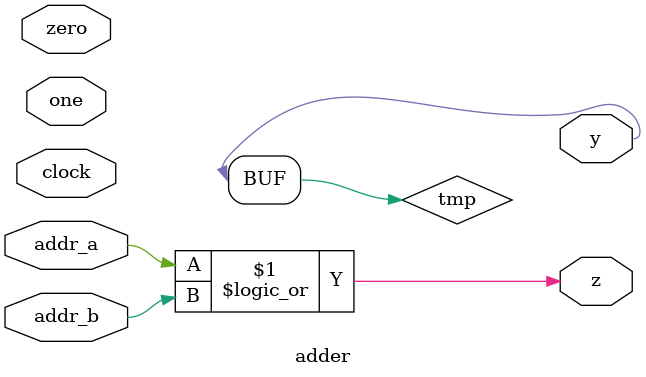
<source format=v>
/* 
Full Adder Module for bit Addition
*/
module adder
(
    addr_a,
    addr_b,
    zero,
    one,
    clock,
    y,
	z
 );

   input addr_a;
   input addr_b;
   input zero;
   input one;
   input clock;

   output y;
   output z;

   assign y = tmp;
   assign z = addr_a || addr_b;


endmodule

</source>
